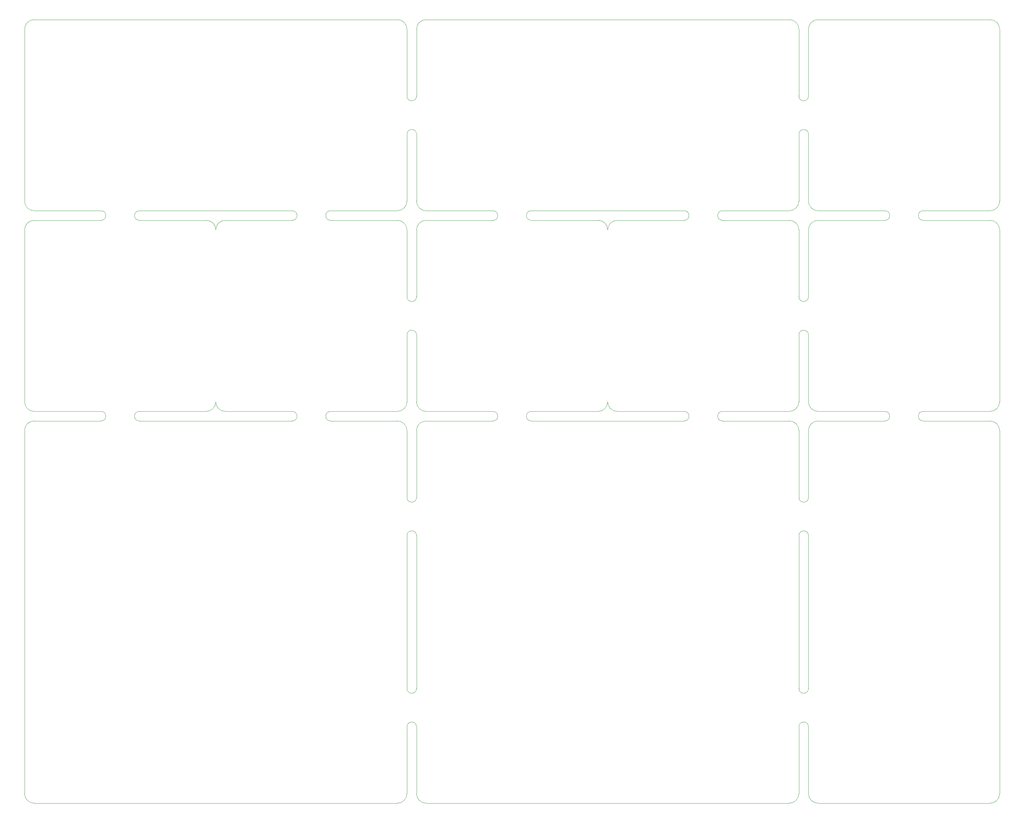
<source format=gbr>
%TF.GenerationSoftware,KiCad,Pcbnew,7.0.7*%
%TF.CreationDate,2023-10-11T17:25:23+01:00*%
%TF.ProjectId,Ru-PerfBoard,52752d50-6572-4664-926f-6172642e6b69,rev?*%
%TF.SameCoordinates,Original*%
%TF.FileFunction,Profile,NP*%
%FSLAX46Y46*%
G04 Gerber Fmt 4.6, Leading zero omitted, Abs format (unit mm)*
G04 Created by KiCad (PCBNEW 7.0.7) date 2023-10-11 17:25:23*
%MOMM*%
%LPD*%
G01*
G04 APERTURE LIST*
%TA.AperFunction,Profile*%
%ADD10C,0.100000*%
%TD*%
G04 APERTURE END LIST*
D10*
X77500000Y-30000000D02*
X172500000Y-30000000D01*
X330000000Y-137500000D02*
G75*
G03*
X327500000Y-135000000I-2500000J0D01*
G01*
X327500000Y-135000000D02*
X310000000Y-135000000D01*
X177500000Y-77500000D02*
G75*
G03*
X180000000Y-80000000I2500000J0D01*
G01*
X280000000Y-137500000D02*
X280000000Y-155000001D01*
X95000000Y-134999999D02*
X77500000Y-135000000D01*
X145000000Y-82500000D02*
G75*
G03*
X145000000Y-80000000I0J1250000D01*
G01*
X310000000Y-132500000D02*
X327500000Y-132500000D01*
X277500000Y-205000000D02*
G75*
G03*
X280000000Y-205000001I1250000J0D01*
G01*
X282500000Y-135000000D02*
X300000000Y-135000000D01*
X227500000Y-130000000D02*
G75*
G03*
X230000000Y-132500000I2500000J0D01*
G01*
X330000000Y-77500000D02*
X330000000Y-32500000D01*
X330000000Y-32500000D02*
G75*
G03*
X327500000Y-30000000I-2500000J0D01*
G01*
X277500000Y-32500000D02*
G75*
G03*
X275000000Y-30000000I-2500000J0D01*
G01*
X175000000Y-215000000D02*
X175000000Y-232500000D01*
X145000000Y-135000000D02*
G75*
G03*
X145000001Y-132500000I0J1250000D01*
G01*
X257500000Y-80000000D02*
X275000000Y-80000000D01*
X145000000Y-80000000D02*
X127500000Y-80000000D01*
X230000000Y-80000000D02*
X225000000Y-80000000D01*
X282500000Y-82500000D02*
X300000000Y-82500000D01*
X280000000Y-215000000D02*
G75*
G03*
X277500000Y-215000000I-1250000J0D01*
G01*
X280000000Y-187500000D02*
X280000000Y-182500000D01*
X277500001Y-205000000D02*
X277500000Y-187500000D01*
X175000000Y-187500000D02*
X175000000Y-182500000D01*
X247500000Y-135000000D02*
G75*
G03*
X247500000Y-132500000I0J1250000D01*
G01*
X207500000Y-132500000D02*
G75*
G03*
X207500000Y-135000000I0J-1250000D01*
G01*
X175000000Y-137500000D02*
G75*
G03*
X172500000Y-135000000I-2500000J0D01*
G01*
X95000000Y-82500000D02*
G75*
G03*
X95000000Y-80000000I0J1250000D01*
G01*
X125000000Y-130000000D02*
G75*
G03*
X127500000Y-132500000I2500000J0D01*
G01*
X177500000Y-130000000D02*
X177500000Y-112500000D01*
X155000000Y-132500000D02*
G75*
G03*
X155000000Y-135000000I0J-1250000D01*
G01*
X180000000Y-30000000D02*
X275000000Y-30000000D01*
X172500000Y-235000000D02*
G75*
G03*
X175000000Y-232500000I0J2500000D01*
G01*
X127500000Y-82500000D02*
X145000000Y-82500000D01*
X310000000Y-80000000D02*
G75*
G03*
X310000000Y-82500000I0J-1250000D01*
G01*
X300000000Y-132500000D02*
X282500000Y-132500000D01*
X75000000Y-130000000D02*
X75000000Y-85000000D01*
X277500000Y-50000000D02*
G75*
G03*
X280000000Y-50000001I1250000J0D01*
G01*
X257500000Y-132500000D02*
X275000000Y-132500000D01*
X105000000Y-80000000D02*
X122500000Y-80000000D01*
X177500000Y-215000000D02*
G75*
G03*
X175000000Y-215000000I-1250000J0D01*
G01*
X177500000Y-232500000D02*
G75*
G03*
X180000000Y-235000000I2500000J0D01*
G01*
X155000000Y-80000000D02*
X172500000Y-80000000D01*
X327500000Y-235000000D02*
G75*
G03*
X330000000Y-232500000I0J2500000D01*
G01*
X280000000Y-182500000D02*
X280000000Y-165000000D01*
X75000000Y-232500000D02*
X75000000Y-137500000D01*
X175000001Y-205000000D02*
X175000000Y-187500000D01*
X275000000Y-235000000D02*
G75*
G03*
X277500000Y-232500000I0J2500000D01*
G01*
X207500000Y-80000000D02*
X225000000Y-80000000D01*
X327500000Y-132500000D02*
G75*
G03*
X330000000Y-130000000I0J2500000D01*
G01*
X77500000Y-82500000D02*
G75*
G03*
X75000000Y-85000000I0J-2500000D01*
G01*
X127500000Y-132500000D02*
X145000001Y-132500000D01*
X177500000Y-112500000D02*
G75*
G03*
X175000000Y-112500000I-1250000J0D01*
G01*
X172500000Y-235000000D02*
X77500000Y-235000000D01*
X127500000Y-82500000D02*
G75*
G03*
X125000000Y-85000000I0J-2500000D01*
G01*
X230000000Y-135000000D02*
X247500000Y-135000000D01*
X77500000Y-132500000D02*
X95000001Y-132500000D01*
X275000000Y-80000000D02*
G75*
G03*
X277500000Y-77500000I0J2500000D01*
G01*
X280000000Y-232500000D02*
G75*
G03*
X282500000Y-235000000I2500000J0D01*
G01*
X175000000Y-85000000D02*
G75*
G03*
X172500000Y-82500000I-2500000J0D01*
G01*
X277500000Y-137500000D02*
G75*
G03*
X275000000Y-135000000I-2500000J0D01*
G01*
X177500000Y-187500000D02*
X177500000Y-205000001D01*
X125000000Y-85000000D02*
G75*
G03*
X122500000Y-82500000I-2500000J0D01*
G01*
X175000001Y-50000000D02*
X175000000Y-32500000D01*
X207500000Y-132500000D02*
X225000000Y-132500000D01*
X225000000Y-135000000D02*
X207500000Y-135000000D01*
X227500000Y-85000000D02*
G75*
G03*
X225000000Y-82500000I-2500000J0D01*
G01*
X175000001Y-155000000D02*
X175000000Y-137500000D01*
X275000000Y-235000000D02*
X180000000Y-235000000D01*
X230000000Y-82500000D02*
X247500000Y-82500000D01*
X177500000Y-232500000D02*
X177500000Y-215000000D01*
X277500001Y-102500000D02*
X277500000Y-85000000D01*
X280000000Y-32500000D02*
X280000000Y-50000001D01*
X75000000Y-77500000D02*
G75*
G03*
X77500000Y-80000000I2500000J0D01*
G01*
X77500000Y-82500000D02*
X95000000Y-82500000D01*
X122500000Y-135000000D02*
X127500000Y-135000000D01*
X197500000Y-132500000D02*
X180000000Y-132500000D01*
X280000000Y-112500000D02*
G75*
G03*
X277500000Y-112500000I-1250000J0D01*
G01*
X177500000Y-137500000D02*
X177500000Y-155000001D01*
X280000000Y-85000000D02*
X280000000Y-102500001D01*
X155000000Y-135000000D02*
X172500000Y-135000000D01*
X277500000Y-60000000D02*
X277500000Y-77500000D01*
X330000000Y-137500000D02*
X330000000Y-232500000D01*
X197500000Y-82500000D02*
G75*
G03*
X197500000Y-80000000I0J1250000D01*
G01*
X122500000Y-80000000D02*
X127500000Y-80000000D01*
X330000000Y-85000000D02*
G75*
G03*
X327500000Y-82500000I-2500000J0D01*
G01*
X282500000Y-30000000D02*
X327500000Y-30000000D01*
X207500000Y-80000000D02*
G75*
G03*
X207500000Y-82500000I0J-1250000D01*
G01*
X175000000Y-32500000D02*
G75*
G03*
X172500000Y-30000000I-2500000J0D01*
G01*
X122500000Y-132500000D02*
G75*
G03*
X125000000Y-130000000I0J2500000D01*
G01*
X300000000Y-80000000D02*
X282500000Y-80000000D01*
X155000000Y-80000000D02*
G75*
G03*
X155000000Y-82500000I0J-1250000D01*
G01*
X175000000Y-112500000D02*
X175000000Y-130000000D01*
X77500000Y-30000000D02*
G75*
G03*
X75000000Y-32500000I0J-2500000D01*
G01*
X230000000Y-135000000D02*
X225000000Y-135000000D01*
X300000000Y-135000000D02*
G75*
G03*
X300000000Y-132500000I0J1250000D01*
G01*
X197500000Y-80000000D02*
X180000000Y-80000000D01*
X75000000Y-77500000D02*
X75000000Y-32500000D01*
X77500000Y-135000000D02*
G75*
G03*
X75000000Y-137500000I0J-2500000D01*
G01*
X310000000Y-80000000D02*
X327500000Y-80000000D01*
X282500000Y-82500000D02*
G75*
G03*
X280000000Y-85000000I0J-2500000D01*
G01*
X280000000Y-165000000D02*
G75*
G03*
X277500000Y-165000000I-1250000J0D01*
G01*
X197500000Y-135000000D02*
G75*
G03*
X197500000Y-132500000I0J1250000D01*
G01*
X175000000Y-205000000D02*
G75*
G03*
X177500000Y-205000001I1250000J0D01*
G01*
X275000000Y-82500000D02*
X257500000Y-82500000D01*
X310000000Y-132500000D02*
G75*
G03*
X310000000Y-135000000I0J-1250000D01*
G01*
X277500000Y-112500000D02*
X277500000Y-130000000D01*
X327500000Y-82500000D02*
X310000000Y-82500000D01*
X280000000Y-77500000D02*
G75*
G03*
X282500000Y-80000000I2500000J0D01*
G01*
X247500000Y-80000000D02*
X230000000Y-80000000D01*
X172500000Y-132500000D02*
X155000000Y-132500000D01*
X175000000Y-165000000D02*
X175000000Y-182500000D01*
X277500000Y-165000000D02*
X277500000Y-182500000D01*
X280000000Y-130000000D02*
G75*
G03*
X282500000Y-132500000I2500000J0D01*
G01*
X95000000Y-80000000D02*
X77500000Y-80000000D01*
X280000000Y-77500000D02*
X280000000Y-60000000D01*
X282500000Y-235000000D02*
X327500000Y-235000000D01*
X75000000Y-130000000D02*
G75*
G03*
X77500000Y-132500000I2500000J0D01*
G01*
X175000001Y-102500000D02*
X175000000Y-85000000D01*
X225000000Y-132500000D02*
G75*
G03*
X227500000Y-130000000I0J2500000D01*
G01*
X177500000Y-165000000D02*
G75*
G03*
X175000000Y-165000000I-1250000J0D01*
G01*
X277500001Y-50000000D02*
X277500000Y-32500000D01*
X145000000Y-134999999D02*
X127500000Y-135000000D01*
X177500000Y-32500000D02*
X177500000Y-50000001D01*
X177500000Y-85000000D02*
X177500000Y-102500001D01*
X277500000Y-85000000D02*
G75*
G03*
X275000000Y-82500000I-2500000J0D01*
G01*
X75000000Y-232500000D02*
G75*
G03*
X77500000Y-235000000I2500000J0D01*
G01*
X177500000Y-182500000D02*
X177500000Y-165000000D01*
X172500000Y-80000000D02*
G75*
G03*
X175000000Y-77500000I0J2500000D01*
G01*
X95000000Y-135000000D02*
G75*
G03*
X95000001Y-132500000I0J1250000D01*
G01*
X257500000Y-132500000D02*
G75*
G03*
X257500000Y-135000000I0J-1250000D01*
G01*
X180000000Y-30000000D02*
G75*
G03*
X177500000Y-32500000I0J-2500000D01*
G01*
X172500000Y-82500000D02*
X155000000Y-82500000D01*
X180000000Y-82500000D02*
X197500000Y-82500000D01*
X327500000Y-80000000D02*
G75*
G03*
X330000000Y-77500000I0J2500000D01*
G01*
X175000000Y-155000000D02*
G75*
G03*
X177500000Y-155000001I1250000J0D01*
G01*
X275000000Y-135000000D02*
X257500000Y-135000000D01*
X105000000Y-132500000D02*
G75*
G03*
X105000000Y-135000000I0J-1250000D01*
G01*
X230000000Y-82500000D02*
G75*
G03*
X227500000Y-85000000I0J-2500000D01*
G01*
X105000000Y-135000000D02*
X122500000Y-135000000D01*
X300000000Y-82500000D02*
G75*
G03*
X300000000Y-80000000I0J1250000D01*
G01*
X122500000Y-82500000D02*
X105000000Y-82500000D01*
X247500000Y-82500000D02*
G75*
G03*
X247500000Y-80000000I0J1250000D01*
G01*
X282500000Y-135000000D02*
G75*
G03*
X280000000Y-137500000I0J-2500000D01*
G01*
X277500000Y-155000000D02*
G75*
G03*
X280000000Y-155000001I1250000J0D01*
G01*
X175000000Y-60000000D02*
X175000000Y-77500000D01*
X282500000Y-30000000D02*
G75*
G03*
X280000000Y-32500000I0J-2500000D01*
G01*
X122500000Y-132500000D02*
X105000000Y-132500000D01*
X280000000Y-60000000D02*
G75*
G03*
X277500000Y-60000000I-1250000J0D01*
G01*
X247500000Y-132500000D02*
X230000000Y-132500000D01*
X175000000Y-50000000D02*
G75*
G03*
X177500000Y-50000001I1250000J0D01*
G01*
X277500001Y-155000000D02*
X277500000Y-137500000D01*
X280000000Y-187500000D02*
X280000000Y-205000001D01*
X277500000Y-182500000D02*
X277500000Y-187500000D01*
X180000000Y-135000000D02*
X197500000Y-135000000D01*
X277500000Y-215000000D02*
X277500000Y-232500000D01*
X180000000Y-135000000D02*
G75*
G03*
X177500000Y-137500000I0J-2500000D01*
G01*
X280000000Y-130000000D02*
X280000000Y-112500000D01*
X177500000Y-182500000D02*
X177500000Y-187500000D01*
X225000000Y-82500000D02*
X207500000Y-82500000D01*
X275000000Y-132500000D02*
G75*
G03*
X277500000Y-130000000I0J2500000D01*
G01*
X175000000Y-102500000D02*
G75*
G03*
X177500000Y-102500001I1250000J0D01*
G01*
X330000000Y-130000000D02*
X330000000Y-85000000D01*
X277500000Y-102500000D02*
G75*
G03*
X280000000Y-102500001I1250000J0D01*
G01*
X105000000Y-80000000D02*
G75*
G03*
X105000000Y-82500000I0J-1250000D01*
G01*
X180000000Y-82500000D02*
G75*
G03*
X177500000Y-85000000I0J-2500000D01*
G01*
X257500000Y-80000000D02*
G75*
G03*
X257500000Y-82500000I0J-1250000D01*
G01*
X280000000Y-232500000D02*
X280000000Y-215000000D01*
X172500000Y-132500000D02*
G75*
G03*
X175000000Y-130000000I0J2500000D01*
G01*
X177500000Y-60000000D02*
G75*
G03*
X175000000Y-60000000I-1250000J0D01*
G01*
X177500000Y-130000000D02*
G75*
G03*
X180000000Y-132500000I2500000J0D01*
G01*
X177500000Y-77500000D02*
X177500000Y-60000000D01*
M02*

</source>
